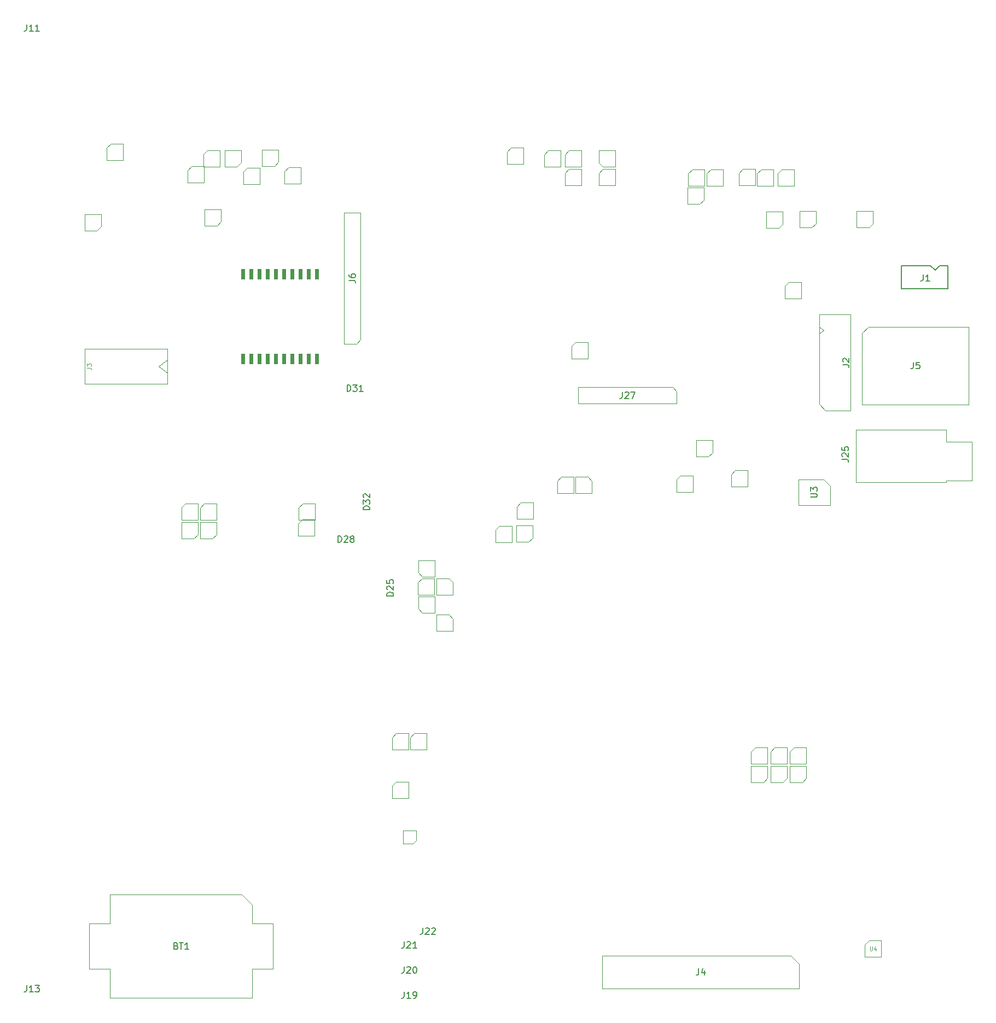
<source format=gbr>
G04 #@! TF.GenerationSoftware,KiCad,Pcbnew,(5.99.0-10559-g8513ca974c)*
G04 #@! TF.CreationDate,2021-11-01T12:15:16+02:00*
G04 #@! TF.ProjectId,hellen64_NA8_96,68656c6c-656e-4363-945f-4e41385f3936,a*
G04 #@! TF.SameCoordinates,PX141ef50PYa2cc1bc*
G04 #@! TF.FileFunction,AssemblyDrawing,Top*
%FSLAX46Y46*%
G04 Gerber Fmt 4.6, Leading zero omitted, Abs format (unit mm)*
G04 Created by KiCad (PCBNEW (5.99.0-10559-g8513ca974c)) date 2021-11-01 12:15:16*
%MOMM*%
%LPD*%
G01*
G04 APERTURE LIST*
%ADD10C,0.150000*%
%ADD11C,0.090000*%
%ADD12C,0.120000*%
%ADD13C,0.100000*%
%ADD14C,0.010000*%
G04 APERTURE END LIST*
D10*
G04 #@! TO.C,J27*
X96692156Y97552960D02*
X96692156Y96838674D01*
X96644537Y96695817D01*
X96549299Y96600579D01*
X96406441Y96552960D01*
X96311203Y96552960D01*
X97120727Y97457721D02*
X97168346Y97505340D01*
X97263584Y97552960D01*
X97501680Y97552960D01*
X97596918Y97505340D01*
X97644537Y97457721D01*
X97692156Y97362483D01*
X97692156Y97267245D01*
X97644537Y97124388D01*
X97073108Y96552960D01*
X97692156Y96552960D01*
X98025489Y97552960D02*
X98692156Y97552960D01*
X98263584Y96552960D01*
G04 #@! TO.C,J19*
X62910135Y4683661D02*
X62910135Y3969375D01*
X62862516Y3826518D01*
X62767278Y3731280D01*
X62624420Y3683661D01*
X62529182Y3683661D01*
X63910135Y3683661D02*
X63338706Y3683661D01*
X63624420Y3683661D02*
X63624420Y4683661D01*
X63529182Y4540803D01*
X63433944Y4445565D01*
X63338706Y4397946D01*
X64386325Y3683661D02*
X64576801Y3683661D01*
X64672039Y3731280D01*
X64719659Y3778899D01*
X64814897Y3921756D01*
X64862516Y4112232D01*
X64862516Y4493184D01*
X64814897Y4588422D01*
X64767278Y4636041D01*
X64672039Y4683661D01*
X64481563Y4683661D01*
X64386325Y4636041D01*
X64338706Y4588422D01*
X64291087Y4493184D01*
X64291087Y4255089D01*
X64338706Y4159851D01*
X64386325Y4112232D01*
X64481563Y4064613D01*
X64672039Y4064613D01*
X64767278Y4112232D01*
X64814897Y4159851D01*
X64862516Y4255089D01*
G04 #@! TO.C,D28*
X52682394Y74252960D02*
X52682394Y75252960D01*
X52920489Y75252960D01*
X53063346Y75205340D01*
X53158584Y75110102D01*
X53206203Y75014864D01*
X53253822Y74824388D01*
X53253822Y74681531D01*
X53206203Y74491055D01*
X53158584Y74395817D01*
X53063346Y74300579D01*
X52920489Y74252960D01*
X52682394Y74252960D01*
X53634775Y75157721D02*
X53682394Y75205340D01*
X53777632Y75252960D01*
X54015727Y75252960D01*
X54110965Y75205340D01*
X54158584Y75157721D01*
X54206203Y75062483D01*
X54206203Y74967245D01*
X54158584Y74824388D01*
X53587156Y74252960D01*
X54206203Y74252960D01*
X54777632Y74824388D02*
X54682394Y74872007D01*
X54634775Y74919626D01*
X54587156Y75014864D01*
X54587156Y75062483D01*
X54634775Y75157721D01*
X54682394Y75205340D01*
X54777632Y75252960D01*
X54968108Y75252960D01*
X55063346Y75205340D01*
X55110965Y75157721D01*
X55158584Y75062483D01*
X55158584Y75014864D01*
X55110965Y74919626D01*
X55063346Y74872007D01*
X54968108Y74824388D01*
X54777632Y74824388D01*
X54682394Y74776769D01*
X54634775Y74729150D01*
X54587156Y74633912D01*
X54587156Y74443436D01*
X54634775Y74348198D01*
X54682394Y74300579D01*
X54777632Y74252960D01*
X54968108Y74252960D01*
X55063346Y74300579D01*
X55110965Y74348198D01*
X55158584Y74443436D01*
X55158584Y74633912D01*
X55110965Y74729150D01*
X55063346Y74776769D01*
X54968108Y74824388D01*
G04 #@! TO.C,J20*
X62910135Y8556463D02*
X62910135Y7842177D01*
X62862516Y7699320D01*
X62767278Y7604082D01*
X62624420Y7556463D01*
X62529182Y7556463D01*
X63338706Y8461224D02*
X63386325Y8508843D01*
X63481563Y8556463D01*
X63719659Y8556463D01*
X63814897Y8508843D01*
X63862516Y8461224D01*
X63910135Y8365986D01*
X63910135Y8270748D01*
X63862516Y8127891D01*
X63291087Y7556463D01*
X63910135Y7556463D01*
X64529182Y8556463D02*
X64624420Y8556463D01*
X64719659Y8508843D01*
X64767278Y8461224D01*
X64814897Y8365986D01*
X64862516Y8175510D01*
X64862516Y7937415D01*
X64814897Y7746939D01*
X64767278Y7651701D01*
X64719659Y7604082D01*
X64624420Y7556463D01*
X64529182Y7556463D01*
X64433944Y7604082D01*
X64386325Y7651701D01*
X64338706Y7746939D01*
X64291087Y7937415D01*
X64291087Y8175510D01*
X64338706Y8365986D01*
X64386325Y8461224D01*
X64433944Y8508843D01*
X64529182Y8556463D01*
G04 #@! TO.C,J1*
X143268346Y115727960D02*
X143268346Y115013674D01*
X143220727Y114870817D01*
X143125489Y114775579D01*
X142982632Y114727960D01*
X142887394Y114727960D01*
X144268346Y114727960D02*
X143696918Y114727960D01*
X143982632Y114727960D02*
X143982632Y115727960D01*
X143887394Y115585102D01*
X143792156Y115489864D01*
X143696918Y115442245D01*
G04 #@! TO.C,J6*
X54354060Y114837007D02*
X55068346Y114837007D01*
X55211203Y114789388D01*
X55306441Y114694150D01*
X55354060Y114551293D01*
X55354060Y114456055D01*
X54354060Y115741769D02*
X54354060Y115551293D01*
X54401680Y115456055D01*
X54449299Y115408436D01*
X54592156Y115313198D01*
X54782632Y115265579D01*
X55163584Y115265579D01*
X55258822Y115313198D01*
X55306441Y115360817D01*
X55354060Y115456055D01*
X55354060Y115646531D01*
X55306441Y115741769D01*
X55258822Y115789388D01*
X55163584Y115837007D01*
X54925489Y115837007D01*
X54830251Y115789388D01*
X54782632Y115741769D01*
X54735013Y115646531D01*
X54735013Y115456055D01*
X54782632Y115360817D01*
X54830251Y115313198D01*
X54925489Y115265579D01*
G04 #@! TO.C,J5*
X141743346Y102152960D02*
X141743346Y101438674D01*
X141695727Y101295817D01*
X141600489Y101200579D01*
X141457632Y101152960D01*
X141362394Y101152960D01*
X142695727Y102152960D02*
X142219537Y102152960D01*
X142171918Y101676769D01*
X142219537Y101724388D01*
X142314775Y101772007D01*
X142552870Y101772007D01*
X142648108Y101724388D01*
X142695727Y101676769D01*
X142743346Y101581531D01*
X142743346Y101343436D01*
X142695727Y101248198D01*
X142648108Y101200579D01*
X142552870Y101152960D01*
X142314775Y101152960D01*
X142219537Y101200579D01*
X142171918Y101248198D01*
G04 #@! TO.C,J13*
X4490476Y5647620D02*
X4490476Y4933334D01*
X4442857Y4790477D01*
X4347619Y4695239D01*
X4204761Y4647620D01*
X4109523Y4647620D01*
X5490476Y4647620D02*
X4919047Y4647620D01*
X5204761Y4647620D02*
X5204761Y5647620D01*
X5109523Y5504762D01*
X5014285Y5409524D01*
X4919047Y5361905D01*
X5823809Y5647620D02*
X6442857Y5647620D01*
X6109523Y5266667D01*
X6252380Y5266667D01*
X6347619Y5219048D01*
X6395238Y5171429D01*
X6442857Y5076191D01*
X6442857Y4838096D01*
X6395238Y4742858D01*
X6347619Y4695239D01*
X6252380Y4647620D01*
X5966666Y4647620D01*
X5871428Y4695239D01*
X5823809Y4742858D01*
G04 #@! TO.C,J22*
X65790476Y14547620D02*
X65790476Y13833334D01*
X65742857Y13690477D01*
X65647619Y13595239D01*
X65504761Y13547620D01*
X65409523Y13547620D01*
X66219047Y14452381D02*
X66266666Y14500000D01*
X66361904Y14547620D01*
X66600000Y14547620D01*
X66695238Y14500000D01*
X66742857Y14452381D01*
X66790476Y14357143D01*
X66790476Y14261905D01*
X66742857Y14119048D01*
X66171428Y13547620D01*
X66790476Y13547620D01*
X67171428Y14452381D02*
X67219047Y14500000D01*
X67314285Y14547620D01*
X67552380Y14547620D01*
X67647619Y14500000D01*
X67695238Y14452381D01*
X67742857Y14357143D01*
X67742857Y14261905D01*
X67695238Y14119048D01*
X67123809Y13547620D01*
X67742857Y13547620D01*
G04 #@! TO.C,BT1*
X27615965Y11776769D02*
X27758822Y11729150D01*
X27806441Y11681531D01*
X27854060Y11586293D01*
X27854060Y11443436D01*
X27806441Y11348198D01*
X27758822Y11300579D01*
X27663584Y11252960D01*
X27282632Y11252960D01*
X27282632Y12252960D01*
X27615965Y12252960D01*
X27711203Y12205340D01*
X27758822Y12157721D01*
X27806441Y12062483D01*
X27806441Y11967245D01*
X27758822Y11872007D01*
X27711203Y11824388D01*
X27615965Y11776769D01*
X27282632Y11776769D01*
X28139775Y12252960D02*
X28711203Y12252960D01*
X28425489Y11252960D02*
X28425489Y12252960D01*
X29568346Y11252960D02*
X28996918Y11252960D01*
X29282632Y11252960D02*
X29282632Y12252960D01*
X29187394Y12110102D01*
X29092156Y12014864D01*
X28996918Y11967245D01*
G04 #@! TO.C,J25*
X130702380Y87115477D02*
X131416666Y87115477D01*
X131559523Y87067858D01*
X131654761Y86972620D01*
X131702380Y86829762D01*
X131702380Y86734524D01*
X130797619Y87544048D02*
X130750000Y87591667D01*
X130702380Y87686905D01*
X130702380Y87925000D01*
X130750000Y88020239D01*
X130797619Y88067858D01*
X130892857Y88115477D01*
X130988095Y88115477D01*
X131130952Y88067858D01*
X131702380Y87496429D01*
X131702380Y88115477D01*
X130702380Y89020239D02*
X130702380Y88544048D01*
X131178571Y88496429D01*
X131130952Y88544048D01*
X131083333Y88639286D01*
X131083333Y88877381D01*
X131130952Y88972620D01*
X131178571Y89020239D01*
X131273809Y89067858D01*
X131511904Y89067858D01*
X131607142Y89020239D01*
X131654761Y88972620D01*
X131702380Y88877381D01*
X131702380Y88639286D01*
X131654761Y88544048D01*
X131607142Y88496429D01*
G04 #@! TO.C,U3*
X125865013Y81258674D02*
X126658346Y81258674D01*
X126751680Y81305340D01*
X126798346Y81352007D01*
X126845013Y81445340D01*
X126845013Y81632007D01*
X126798346Y81725340D01*
X126751680Y81772007D01*
X126658346Y81818674D01*
X125865013Y81818674D01*
X125865013Y82192007D02*
X125865013Y82798674D01*
X126238346Y82472007D01*
X126238346Y82612007D01*
X126285013Y82705340D01*
X126331680Y82752007D01*
X126425013Y82798674D01*
X126658346Y82798674D01*
X126751680Y82752007D01*
X126798346Y82705340D01*
X126845013Y82612007D01*
X126845013Y82332007D01*
X126798346Y82238674D01*
X126751680Y82192007D01*
D11*
G04 #@! TO.C,U4*
X135029299Y11669864D02*
X135029299Y11167960D01*
X135058822Y11108912D01*
X135088346Y11079388D01*
X135147394Y11049864D01*
X135265489Y11049864D01*
X135324537Y11079388D01*
X135354060Y11108912D01*
X135383584Y11167960D01*
X135383584Y11669864D01*
X135944537Y11463198D02*
X135944537Y11049864D01*
X135796918Y11699388D02*
X135649299Y11256531D01*
X136033108Y11256531D01*
D10*
G04 #@! TO.C,D31*
X54087394Y97652960D02*
X54087394Y98652960D01*
X54325489Y98652960D01*
X54468346Y98605340D01*
X54563584Y98510102D01*
X54611203Y98414864D01*
X54658822Y98224388D01*
X54658822Y98081531D01*
X54611203Y97891055D01*
X54563584Y97795817D01*
X54468346Y97700579D01*
X54325489Y97652960D01*
X54087394Y97652960D01*
X54992156Y98652960D02*
X55611203Y98652960D01*
X55277870Y98272007D01*
X55420727Y98272007D01*
X55515965Y98224388D01*
X55563584Y98176769D01*
X55611203Y98081531D01*
X55611203Y97843436D01*
X55563584Y97748198D01*
X55515965Y97700579D01*
X55420727Y97652960D01*
X55135013Y97652960D01*
X55039775Y97700579D01*
X54992156Y97748198D01*
X56563584Y97652960D02*
X55992156Y97652960D01*
X56277870Y97652960D02*
X56277870Y98652960D01*
X56182632Y98510102D01*
X56087394Y98414864D01*
X55992156Y98367245D01*
G04 #@! TO.C,J11*
X4490476Y154447620D02*
X4490476Y153733334D01*
X4442857Y153590477D01*
X4347619Y153495239D01*
X4204761Y153447620D01*
X4109523Y153447620D01*
X5490476Y153447620D02*
X4919047Y153447620D01*
X5204761Y153447620D02*
X5204761Y154447620D01*
X5109523Y154304762D01*
X5014285Y154209524D01*
X4919047Y154161905D01*
X6442857Y153447620D02*
X5871428Y153447620D01*
X6157142Y153447620D02*
X6157142Y154447620D01*
X6061904Y154304762D01*
X5966666Y154209524D01*
X5871428Y154161905D01*
D12*
G04 #@! TO.C,J3*
X13816666Y101266667D02*
X14316666Y101266667D01*
X14416666Y101233334D01*
X14483333Y101166667D01*
X14516666Y101066667D01*
X14516666Y101000000D01*
X13816666Y101533334D02*
X13816666Y101966667D01*
X14083333Y101733334D01*
X14083333Y101833334D01*
X14116666Y101900000D01*
X14150000Y101933334D01*
X14216666Y101966667D01*
X14383333Y101966667D01*
X14450000Y101933334D01*
X14483333Y101900000D01*
X14516666Y101833334D01*
X14516666Y101633334D01*
X14483333Y101566667D01*
X14450000Y101533334D01*
D10*
G04 #@! TO.C,J4*
X108520706Y8266840D02*
X108520706Y7552554D01*
X108473087Y7409697D01*
X108377849Y7314459D01*
X108234992Y7266840D01*
X108139754Y7266840D01*
X109425468Y7933506D02*
X109425468Y7266840D01*
X109187373Y8314459D02*
X108949278Y7600173D01*
X109568325Y7600173D01*
G04 #@! TO.C,J21*
X62917156Y12427960D02*
X62917156Y11713674D01*
X62869537Y11570817D01*
X62774299Y11475579D01*
X62631441Y11427960D01*
X62536203Y11427960D01*
X63345727Y12332721D02*
X63393346Y12380340D01*
X63488584Y12427960D01*
X63726680Y12427960D01*
X63821918Y12380340D01*
X63869537Y12332721D01*
X63917156Y12237483D01*
X63917156Y12142245D01*
X63869537Y11999388D01*
X63298108Y11427960D01*
X63917156Y11427960D01*
X64869537Y11427960D02*
X64298108Y11427960D01*
X64583822Y11427960D02*
X64583822Y12427960D01*
X64488584Y12285102D01*
X64393346Y12189864D01*
X64298108Y12142245D01*
G04 #@! TO.C,D25*
X61254060Y65986055D02*
X60254060Y65986055D01*
X60254060Y66224150D01*
X60301680Y66367007D01*
X60396918Y66462245D01*
X60492156Y66509864D01*
X60682632Y66557483D01*
X60825489Y66557483D01*
X61015965Y66509864D01*
X61111203Y66462245D01*
X61206441Y66367007D01*
X61254060Y66224150D01*
X61254060Y65986055D01*
X60349299Y66938436D02*
X60301680Y66986055D01*
X60254060Y67081293D01*
X60254060Y67319388D01*
X60301680Y67414626D01*
X60349299Y67462245D01*
X60444537Y67509864D01*
X60539775Y67509864D01*
X60682632Y67462245D01*
X61254060Y66890817D01*
X61254060Y67509864D01*
X60254060Y68414626D02*
X60254060Y67938436D01*
X60730251Y67890817D01*
X60682632Y67938436D01*
X60635013Y68033674D01*
X60635013Y68271769D01*
X60682632Y68367007D01*
X60730251Y68414626D01*
X60825489Y68462245D01*
X61063584Y68462245D01*
X61158822Y68414626D01*
X61206441Y68367007D01*
X61254060Y68271769D01*
X61254060Y68033674D01*
X61206441Y67938436D01*
X61158822Y67890817D01*
G04 #@! TO.C,D32*
X57604060Y79321055D02*
X56604060Y79321055D01*
X56604060Y79559150D01*
X56651680Y79702007D01*
X56746918Y79797245D01*
X56842156Y79844864D01*
X57032632Y79892483D01*
X57175489Y79892483D01*
X57365965Y79844864D01*
X57461203Y79797245D01*
X57556441Y79702007D01*
X57604060Y79559150D01*
X57604060Y79321055D01*
X56604060Y80225817D02*
X56604060Y80844864D01*
X56985013Y80511531D01*
X56985013Y80654388D01*
X57032632Y80749626D01*
X57080251Y80797245D01*
X57175489Y80844864D01*
X57413584Y80844864D01*
X57508822Y80797245D01*
X57556441Y80749626D01*
X57604060Y80654388D01*
X57604060Y80368674D01*
X57556441Y80273436D01*
X57508822Y80225817D01*
X56699299Y81225817D02*
X56651680Y81273436D01*
X56604060Y81368674D01*
X56604060Y81606769D01*
X56651680Y81702007D01*
X56699299Y81749626D01*
X56794537Y81797245D01*
X56889775Y81797245D01*
X57032632Y81749626D01*
X57604060Y81178198D01*
X57604060Y81797245D01*
G04 #@! TO.C,J2*
X130804060Y101772007D02*
X131518346Y101772007D01*
X131661203Y101724388D01*
X131756441Y101629150D01*
X131804060Y101486293D01*
X131804060Y101391055D01*
X130899299Y102200579D02*
X130851680Y102248198D01*
X130804060Y102343436D01*
X130804060Y102581531D01*
X130851680Y102676769D01*
X130899299Y102724388D01*
X130994537Y102772007D01*
X131089775Y102772007D01*
X131232632Y102724388D01*
X131804060Y102152960D01*
X131804060Y102772007D01*
D13*
G04 #@! TO.C,P5*
X61032380Y34640220D02*
X61032380Y36545220D01*
X61032380Y36545220D02*
X61667380Y37180220D01*
X63572380Y37180220D02*
X63572380Y34640220D01*
X61667380Y37180220D02*
X63572380Y37180220D01*
X63572380Y34640220D02*
X61032380Y34640220D01*
G04 #@! TO.C,P6*
X61667380Y44682400D02*
X63572380Y44682400D01*
X61032380Y42142400D02*
X61032380Y44047400D01*
X63572380Y44682400D02*
X63572380Y42142400D01*
X63572380Y42142400D02*
X61032380Y42142400D01*
X61032380Y44047400D02*
X61667380Y44682400D01*
G04 #@! TO.C,P47*
X34396680Y132460340D02*
X31856680Y132460340D01*
X34396680Y135000340D02*
X34396680Y132460340D01*
X31856680Y132460340D02*
X31856680Y134365340D01*
X31856680Y134365340D02*
X32491680Y135000340D01*
X32491680Y135000340D02*
X34396680Y135000340D01*
G04 #@! TO.C,J27*
X105121680Y95735340D02*
X89881680Y95735340D01*
X89881680Y95735340D02*
X89881680Y98275340D01*
X105121680Y97640340D02*
X105121680Y95735340D01*
X104486680Y98275340D02*
X105121680Y97640340D01*
X89881680Y98275340D02*
X104486680Y98275340D01*
G04 #@! TO.C,P19*
X114731680Y129510340D02*
X114731680Y131415340D01*
X117271680Y132050340D02*
X117271680Y129510340D01*
X117271680Y129510340D02*
X114731680Y129510340D01*
X114731680Y131415340D02*
X115366680Y132050340D01*
X115366680Y132050340D02*
X117271680Y132050340D01*
G04 #@! TO.C,P26*
X89441680Y105275340D02*
X91346680Y105275340D01*
X88806680Y102735340D02*
X88806680Y104640340D01*
X88806680Y104640340D02*
X89441680Y105275340D01*
X91346680Y102735340D02*
X88806680Y102735340D01*
X91346680Y105275340D02*
X91346680Y102735340D01*
G04 #@! TO.C,P10*
X87781680Y132410340D02*
X87781680Y134315340D01*
X90321680Y132410340D02*
X87781680Y132410340D01*
X90321680Y134950340D02*
X90321680Y132410340D01*
X87781680Y134315340D02*
X88416680Y134950340D01*
X88416680Y134950340D02*
X90321680Y134950340D01*
G04 #@! TO.C,P12*
X30971680Y80275340D02*
X30971680Y77735340D01*
X30971680Y77735340D02*
X28431680Y77735340D01*
X29066680Y80275340D02*
X30971680Y80275340D01*
X28431680Y79640340D02*
X29066680Y80275340D01*
X28431680Y77735340D02*
X28431680Y79640340D01*
G04 #@! TO.C,P39*
X117581680Y129485340D02*
X117581680Y131390340D01*
X118216680Y132025340D02*
X120121680Y132025340D01*
X120121680Y129485340D02*
X117581680Y129485340D01*
X117581680Y131390340D02*
X118216680Y132025340D01*
X120121680Y132025340D02*
X120121680Y129485340D01*
G04 #@! TO.C,P40*
X109446680Y129485340D02*
X106906680Y129485340D01*
X107541680Y132025340D02*
X109446680Y132025340D01*
X109446680Y132025340D02*
X109446680Y129485340D01*
X106906680Y129485340D02*
X106906680Y131390340D01*
X106906680Y131390340D02*
X107541680Y132025340D01*
G04 #@! TO.C,P15*
X134886680Y122985340D02*
X132981680Y122985340D01*
X132981680Y125525340D02*
X135521680Y125525340D01*
X135521680Y125525340D02*
X135521680Y123620340D01*
X132981680Y122985340D02*
X132981680Y125525340D01*
X135521680Y123620340D02*
X134886680Y122985340D01*
G04 #@! TO.C,P21*
X38006680Y129735340D02*
X38006680Y131640340D01*
X40546680Y129735340D02*
X38006680Y129735340D01*
X40546680Y132275340D02*
X40546680Y129735340D01*
X38006680Y131640340D02*
X38641680Y132275340D01*
X38641680Y132275340D02*
X40546680Y132275340D01*
G04 #@! TO.C,P56*
X43470000Y135050340D02*
X43470000Y133145340D01*
X40930000Y132510340D02*
X40930000Y135050340D01*
X42835000Y132510340D02*
X40930000Y132510340D01*
X43470000Y133145340D02*
X42835000Y132510340D01*
X40930000Y135050340D02*
X43470000Y135050340D01*
G04 #@! TO.C,P52*
X126036680Y122985340D02*
X124131680Y122985340D01*
X126671680Y123620340D02*
X126036680Y122985340D01*
X124131680Y122985340D02*
X124131680Y125525340D01*
X126671680Y125525340D02*
X126671680Y123620340D01*
X124131680Y125525340D02*
X126671680Y125525340D01*
G04 #@! TO.C,P46*
X124371680Y114600340D02*
X124371680Y112060340D01*
X122466680Y114600340D02*
X124371680Y114600340D01*
X121831680Y112060340D02*
X121831680Y113965340D01*
X121831680Y113965340D02*
X122466680Y114600340D01*
X124371680Y112060340D02*
X121831680Y112060340D01*
G04 #@! TO.C,P44*
X89456680Y81860340D02*
X89456680Y84400340D01*
X91996680Y83765340D02*
X91996680Y81860340D01*
X91996680Y81860340D02*
X89456680Y81860340D01*
X89456680Y84400340D02*
X91361680Y84400340D01*
X91361680Y84400340D02*
X91996680Y83765340D01*
G04 #@! TO.C,P13*
X31331680Y77375340D02*
X33871680Y77375340D01*
X33871680Y75470340D02*
X33236680Y74835340D01*
X31331680Y74835340D02*
X31331680Y77375340D01*
X33871680Y77375340D02*
X33871680Y75470340D01*
X33236680Y74835340D02*
X31331680Y74835340D01*
G04 #@! TO.C,P29*
X119631680Y41840340D02*
X120266680Y42475340D01*
X122171680Y39935340D02*
X119631680Y39935340D01*
X120266680Y42475340D02*
X122171680Y42475340D01*
X119631680Y39935340D02*
X119631680Y41840340D01*
X122171680Y42475340D02*
X122171680Y39935340D01*
G04 #@! TO.C,P37*
X121391680Y132000340D02*
X123296680Y132000340D01*
X123296680Y129460340D02*
X120756680Y129460340D01*
X123296680Y132000340D02*
X123296680Y129460340D01*
X120756680Y131365340D02*
X121391680Y132000340D01*
X120756680Y129460340D02*
X120756680Y131365340D01*
D10*
G04 #@! TO.C,J1*
X139901680Y113580340D02*
X139901680Y117080340D01*
X144401680Y117080340D02*
X139901680Y117080340D01*
X139901680Y113580340D02*
X147101680Y113580340D01*
X147101680Y117080340D02*
X147101680Y113580340D01*
X145801680Y117080340D02*
X145101680Y116380340D01*
X145101680Y116380340D02*
X144401680Y117080340D01*
X147101680Y117080340D02*
X145801680Y117080340D01*
D13*
G04 #@! TO.C,P35*
X65691680Y68675340D02*
X67596680Y68675340D01*
X65056680Y66135340D02*
X65056680Y68040340D01*
X67596680Y66135340D02*
X65056680Y66135340D01*
X65056680Y68040340D02*
X65691680Y68675340D01*
X67596680Y68675340D02*
X67596680Y66135340D01*
G04 #@! TO.C,J6*
X56171680Y105645340D02*
X55536680Y105010340D01*
X53631680Y125330340D02*
X56171680Y125330340D01*
X53631680Y105010340D02*
X53631680Y125330340D01*
X55536680Y105010340D02*
X53631680Y105010340D01*
X56171680Y125330340D02*
X56171680Y105645340D01*
G04 #@! TO.C,P30*
X121536680Y37100220D02*
X119631680Y37100220D01*
X119631680Y39640220D02*
X122171680Y39640220D01*
X122171680Y37735220D02*
X121536680Y37100220D01*
X122171680Y39640220D02*
X122171680Y37735220D01*
X119631680Y37100220D02*
X119631680Y39640220D01*
G04 #@! TO.C,J5*
X134826680Y107655340D02*
X150326680Y107655340D01*
X150326680Y95555340D02*
X133826680Y95555340D01*
X150326680Y107655340D02*
X150326680Y95555340D01*
X133826680Y95555340D02*
X133826680Y106655340D01*
X133826680Y106655340D02*
X134826680Y107655340D01*
G04 #@! TO.C,P4*
X66382640Y44680220D02*
X66382640Y42140220D01*
X64477640Y44680220D02*
X66382640Y44680220D01*
X66382640Y42140220D02*
X63842640Y42140220D01*
X63842640Y44045220D02*
X64477640Y44680220D01*
X63842640Y42140220D02*
X63842640Y44045220D01*
G04 #@! TO.C,P25*
X122631680Y39640220D02*
X125171680Y39640220D01*
X122631680Y37100220D02*
X122631680Y39640220D01*
X124536680Y37100220D02*
X122631680Y37100220D01*
X125171680Y37735220D02*
X124536680Y37100220D01*
X125171680Y39640220D02*
X125171680Y37735220D01*
G04 #@! TO.C,P27*
X114191680Y85400340D02*
X116096680Y85400340D01*
X113556680Y84765340D02*
X114191680Y85400340D01*
X116096680Y85400340D02*
X116096680Y82860340D01*
X116096680Y82860340D02*
X113556680Y82860340D01*
X113556680Y82860340D02*
X113556680Y84765340D01*
G04 #@! TO.C,P55*
X108661680Y126635340D02*
X106756680Y126635340D01*
X106756680Y129175340D02*
X109296680Y129175340D01*
X109296680Y129175340D02*
X109296680Y127270340D01*
X106756680Y126635340D02*
X106756680Y129175340D01*
X109296680Y127270340D02*
X108661680Y126635340D01*
G04 #@! TO.C,P34*
X46531680Y77140340D02*
X47166680Y77775340D01*
X49071680Y75235340D02*
X46531680Y75235340D01*
X46531680Y75235340D02*
X46531680Y77140340D01*
X47166680Y77775340D02*
X49071680Y77775340D01*
X49071680Y77775340D02*
X49071680Y75235340D01*
G04 #@! TO.C,P17*
X70471680Y62440340D02*
X70471680Y60535340D01*
X67931680Y60535340D02*
X67931680Y63075340D01*
X67931680Y63075340D02*
X69836680Y63075340D01*
X69836680Y63075340D02*
X70471680Y62440340D01*
X70471680Y60535340D02*
X67931680Y60535340D01*
G04 #@! TO.C,P11*
X30971680Y77375340D02*
X30971680Y75470340D01*
X28431680Y74835340D02*
X28431680Y77375340D01*
X30336680Y74835340D02*
X28431680Y74835340D01*
X28431680Y77375340D02*
X30971680Y77375340D01*
X30971680Y75470340D02*
X30336680Y74835340D01*
G04 #@! TO.C,P50*
X19421680Y136000340D02*
X19421680Y133460340D01*
X17516680Y136000340D02*
X19421680Y136000340D01*
X19421680Y133460340D02*
X16881680Y133460340D01*
X16881680Y133460340D02*
X16881680Y135365340D01*
X16881680Y135365340D02*
X17516680Y136000340D01*
G04 #@! TO.C,P3*
X110416680Y132025340D02*
X112321680Y132025340D01*
X109781680Y131390340D02*
X110416680Y132025340D01*
X112321680Y132025340D02*
X112321680Y129485340D01*
X112321680Y129485340D02*
X109781680Y129485340D01*
X109781680Y129485340D02*
X109781680Y131390340D01*
G04 #@! TO.C,P28*
X82796680Y74945340D02*
X82161680Y74310340D01*
X82161680Y74310340D02*
X80256680Y74310340D01*
X80256680Y74310340D02*
X80256680Y76850340D01*
X82796680Y76850340D02*
X82796680Y74945340D01*
X80256680Y76850340D02*
X82796680Y76850340D01*
G04 #@! TO.C,P24*
X125171680Y39935340D02*
X122631680Y39935340D01*
X122631680Y39935340D02*
X122631680Y41840340D01*
X125171680Y42475340D02*
X125171680Y39935340D01*
X122631680Y41840340D02*
X123266680Y42475340D01*
X123266680Y42475340D02*
X125171680Y42475340D01*
G04 #@! TO.C,P8*
X93666680Y132075340D02*
X95571680Y132075340D01*
X93031680Y131440340D02*
X93666680Y132075340D01*
X93031680Y129535340D02*
X93031680Y131440340D01*
X95571680Y132075340D02*
X95571680Y129535340D01*
X95571680Y129535340D02*
X93031680Y129535340D01*
G04 #@! TO.C,P48*
X35156680Y135000340D02*
X37696680Y135000340D01*
X37061680Y132460340D02*
X35156680Y132460340D01*
X35156680Y132460340D02*
X35156680Y135000340D01*
X37696680Y135000340D02*
X37696680Y133095340D01*
X37696680Y133095340D02*
X37061680Y132460340D01*
G04 #@! TO.C,P32*
X119171680Y39640220D02*
X119171680Y37735220D01*
X118536680Y37100220D02*
X116631680Y37100220D01*
X119171680Y37735220D02*
X118536680Y37100220D01*
X116631680Y39640220D02*
X119171680Y39640220D01*
X116631680Y37100220D02*
X116631680Y39640220D01*
G04 #@! TO.C,U1*
X62801680Y29605340D02*
X64801680Y29605340D01*
X64801680Y28105340D02*
X64301680Y27605340D01*
X64301680Y27605340D02*
X62801680Y27605340D01*
X62801680Y27605340D02*
X62801680Y29605340D01*
X64801680Y29605340D02*
X64801680Y28105340D01*
G04 #@! TO.C,BT1*
X42601680Y8205340D02*
X39401680Y8205340D01*
X17401680Y19705340D02*
X37801680Y19705340D01*
X17401680Y15205340D02*
X14201680Y15205340D01*
X17401680Y3705340D02*
X17401680Y8205340D01*
X17401680Y19705340D02*
X17401680Y15205340D01*
X39401680Y3705340D02*
X39401680Y8205340D01*
X39401680Y18105340D02*
X39401680Y15205340D01*
X14201680Y15205340D02*
X14201680Y8205340D01*
X39401680Y15205340D02*
X42601680Y15205340D01*
X42601680Y15205340D02*
X42601680Y8205340D01*
X17401680Y3705340D02*
X39401680Y3705340D01*
X14201680Y8205340D02*
X17401680Y8205340D01*
X37801680Y19705340D02*
X39401680Y18105340D01*
G04 #@! TO.C,P9*
X95571680Y132410340D02*
X93666680Y132410340D01*
X93666680Y132410340D02*
X93031680Y133045340D01*
X93031680Y133045340D02*
X93031680Y134950340D01*
X93031680Y134950340D02*
X95571680Y134950340D01*
X95571680Y134950340D02*
X95571680Y132410340D01*
G04 #@! TO.C,J25*
X146826680Y91731997D02*
X146826680Y89831997D01*
X132826680Y83531997D02*
X132826680Y91731997D01*
X146826680Y83831997D02*
X146826680Y83531997D01*
X150826680Y89831997D02*
X150826680Y83831997D01*
X150826680Y83831997D02*
X146826680Y83831997D01*
X146826680Y83531997D02*
X132826680Y83531997D01*
X132826680Y91731997D02*
X146826680Y91731997D01*
X146826680Y89831997D02*
X150826680Y89831997D01*
G04 #@! TO.C,P23*
X46631680Y79640340D02*
X47266680Y80275340D01*
X47266680Y80275340D02*
X49171680Y80275340D01*
X46631680Y77735340D02*
X46631680Y79640340D01*
X49171680Y77735340D02*
X46631680Y77735340D01*
X49171680Y80275340D02*
X49171680Y77735340D01*
G04 #@! TO.C,U3*
X127876680Y83955340D02*
X128851680Y82980340D01*
X128851680Y82980340D02*
X128851680Y80055340D01*
X123951680Y83955340D02*
X127876680Y83955340D01*
X128851680Y80055340D02*
X123951680Y80055340D01*
X123951680Y80055340D02*
X123951680Y83955340D01*
G04 #@! TO.C,P16*
X45041680Y132350340D02*
X46946680Y132350340D01*
X44406680Y129810340D02*
X44406680Y131715340D01*
X46946680Y129810340D02*
X44406680Y129810340D01*
X44406680Y131715340D02*
X45041680Y132350340D01*
X46946680Y132350340D02*
X46946680Y129810340D01*
G04 #@! TO.C,U4*
X134251680Y10080340D02*
X134251680Y11955340D01*
X136751680Y10080340D02*
X134251680Y10080340D01*
X136751680Y12580340D02*
X136751680Y10080340D01*
X134876680Y12580340D02*
X136751680Y12580340D01*
X134251680Y11955340D02*
X134876680Y12580340D01*
G04 #@! TO.C,P14*
X31331680Y79619220D02*
X31966680Y80254220D01*
X33871680Y80254220D02*
X33871680Y77714220D01*
X33871680Y77714220D02*
X31331680Y77714220D01*
X31331680Y77714220D02*
X31331680Y79619220D01*
X31966680Y80254220D02*
X33871680Y80254220D01*
G04 #@! TO.C,P22*
X69836680Y68675340D02*
X70471680Y68040340D01*
X70471680Y68040340D02*
X70471680Y66135340D01*
X67931680Y68675340D02*
X69836680Y68675340D01*
X70471680Y66135340D02*
X67931680Y66135340D01*
X67931680Y66135340D02*
X67931680Y68675340D01*
G04 #@! TO.C,P20*
X65131680Y69570340D02*
X65131680Y71475340D01*
X65766680Y68935340D02*
X65131680Y69570340D01*
X65131680Y71475340D02*
X67671680Y71475340D01*
X67671680Y68935340D02*
X65766680Y68935340D01*
X67671680Y71475340D02*
X67671680Y68935340D01*
G04 #@! TO.C,P18*
X65766680Y63335340D02*
X65131680Y63970340D01*
X67671680Y65875340D02*
X67671680Y63335340D01*
X65131680Y65875340D02*
X67671680Y65875340D01*
X67671680Y63335340D02*
X65766680Y63335340D01*
X65131680Y63970340D02*
X65131680Y65875340D01*
G04 #@! TO.C,P36*
X79596680Y74260340D02*
X77056680Y74260340D01*
X79596680Y76800340D02*
X79596680Y74260340D01*
X77691680Y76800340D02*
X79596680Y76800340D01*
X77056680Y74260340D02*
X77056680Y76165340D01*
X77056680Y76165340D02*
X77691680Y76800340D01*
G04 #@! TO.C,J3*
X26300000Y98800000D02*
X26300000Y104200000D01*
X13500000Y98800000D02*
X26300000Y98800000D01*
X24885786Y101500000D02*
X26300000Y102500000D01*
X26300000Y100500000D02*
X24885786Y101500000D01*
X26300000Y104200000D02*
X13500000Y104200000D01*
X13500000Y104200000D02*
X13500000Y98800000D01*
G04 #@! TO.C,P41*
X88416680Y132075340D02*
X90321680Y132075340D01*
X87781680Y129535340D02*
X87781680Y131440340D01*
X87781680Y131440340D02*
X88416680Y132075340D01*
X90321680Y132075340D02*
X90321680Y129535340D01*
X90321680Y129535340D02*
X87781680Y129535340D01*
G04 #@! TO.C,P53*
X118981680Y122935340D02*
X118981680Y125475340D01*
X120886680Y122935340D02*
X118981680Y122935340D01*
X121521680Y125475340D02*
X121521680Y123570340D01*
X121521680Y123570340D02*
X120886680Y122935340D01*
X118981680Y125475340D02*
X121521680Y125475340D01*
G04 #@! TO.C,J4*
X93614040Y5179220D02*
X93614040Y10259220D01*
X122824040Y10259220D02*
X124094040Y8989220D01*
X124094040Y8989220D02*
X124094040Y5179220D01*
X93614040Y10259220D02*
X122824040Y10259220D01*
X124094040Y5179220D02*
X93614040Y5179220D01*
G04 #@! TO.C,P42*
X84581680Y134315340D02*
X85216680Y134950340D01*
X87121680Y132410340D02*
X84581680Y132410340D01*
X85216680Y134950340D02*
X87121680Y134950340D01*
X87121680Y134950340D02*
X87121680Y132410340D01*
X84581680Y132410340D02*
X84581680Y134315340D01*
G04 #@! TO.C,P33*
X80331680Y79765340D02*
X80966680Y80400340D01*
X80331680Y77860340D02*
X80331680Y79765340D01*
X82871680Y80400340D02*
X82871680Y77860340D01*
X80966680Y80400340D02*
X82871680Y80400340D01*
X82871680Y77860340D02*
X80331680Y77860340D01*
G04 #@! TO.C,P7*
X16021680Y125075340D02*
X16021680Y123170340D01*
X13481680Y125075340D02*
X16021680Y125075340D01*
X15386680Y122535340D02*
X13481680Y122535340D01*
X13481680Y122535340D02*
X13481680Y125075340D01*
X16021680Y123170340D02*
X15386680Y122535340D01*
G04 #@! TO.C,P38*
X105081680Y82060340D02*
X105081680Y83965340D01*
X107621680Y82060340D02*
X105081680Y82060340D01*
X107621680Y84600340D02*
X107621680Y82060340D01*
X105081680Y83965340D02*
X105716680Y84600340D01*
X105716680Y84600340D02*
X107621680Y84600340D01*
G04 #@! TO.C,P1*
X108131044Y90075340D02*
X110671044Y90075340D01*
X108131044Y87535340D02*
X108131044Y90075340D01*
X110671044Y88170340D02*
X110036044Y87535340D01*
X110671044Y90075340D02*
X110671044Y88170340D01*
X110036044Y87535340D02*
X108131044Y87535340D01*
G04 #@! TO.C,P49*
X31921680Y132475340D02*
X31921680Y129935340D01*
X29381680Y129935340D02*
X29381680Y131840340D01*
X29381680Y131840340D02*
X30016680Y132475340D01*
X31921680Y129935340D02*
X29381680Y129935340D01*
X30016680Y132475340D02*
X31921680Y132475340D01*
G04 #@! TO.C,P31*
X116631680Y41840340D02*
X117266680Y42475340D01*
X116631680Y39935340D02*
X116631680Y41840340D01*
X119171680Y42475340D02*
X119171680Y39935340D01*
X119171680Y39935340D02*
X116631680Y39935340D01*
X117266680Y42475340D02*
X119171680Y42475340D01*
G04 #@! TO.C,P43*
X87241680Y84400340D02*
X89146680Y84400340D01*
X86606680Y81860340D02*
X86606680Y83765340D01*
X86606680Y83765340D02*
X87241680Y84400340D01*
X89146680Y84400340D02*
X89146680Y81860340D01*
X89146680Y81860340D02*
X86606680Y81860340D01*
G04 #@! TO.C,P45*
X81346680Y135350340D02*
X81346680Y132810340D01*
X79441680Y135350340D02*
X81346680Y135350340D01*
X81346680Y132810340D02*
X78806680Y132810340D01*
X78806680Y134715340D02*
X79441680Y135350340D01*
X78806680Y132810340D02*
X78806680Y134715340D01*
G04 #@! TO.C,P51*
X32056680Y125850340D02*
X34596680Y125850340D01*
X33961680Y123310340D02*
X32056680Y123310340D01*
X34596680Y123945340D02*
X33961680Y123310340D01*
X32056680Y123310340D02*
X32056680Y125850340D01*
X34596680Y125850340D02*
X34596680Y123945340D01*
D14*
G04 #@! TO.C,U5*
X46607590Y116575340D02*
X47096780Y116575340D01*
X47096780Y116575340D02*
X47096780Y115057430D01*
X47096780Y115057430D02*
X46607590Y115057430D01*
X46607590Y115057430D02*
X46607590Y116575340D01*
G36*
X47096780Y115057430D02*
G01*
X46607590Y115057430D01*
X46607590Y116575340D01*
X47096780Y116575340D01*
X47096780Y115057430D01*
G37*
X47096780Y115057430D02*
X46607590Y115057430D01*
X46607590Y116575340D01*
X47096780Y116575340D01*
X47096780Y115057430D01*
X38981350Y103455240D02*
X39476780Y103455240D01*
X39476780Y103455240D02*
X39476780Y101927170D01*
X39476780Y101927170D02*
X38981350Y101927170D01*
X38981350Y101927170D02*
X38981350Y103455240D01*
G36*
X39476780Y101927170D02*
G01*
X38981350Y101927170D01*
X38981350Y103455240D01*
X39476780Y103455240D01*
X39476780Y101927170D01*
G37*
X39476780Y101927170D02*
X38981350Y101927170D01*
X38981350Y103455240D01*
X39476780Y103455240D01*
X39476780Y101927170D01*
X45338350Y103455240D02*
X45826780Y103455240D01*
X45826780Y103455240D02*
X45826780Y101927540D01*
X45826780Y101927540D02*
X45338350Y101927540D01*
X45338350Y101927540D02*
X45338350Y103455240D01*
G36*
X45826780Y101927540D02*
G01*
X45338350Y101927540D01*
X45338350Y103455240D01*
X45826780Y103455240D01*
X45826780Y101927540D01*
G37*
X45826780Y101927540D02*
X45338350Y101927540D01*
X45338350Y103455240D01*
X45826780Y103455240D01*
X45826780Y101927540D01*
X37715060Y103455240D02*
X38206780Y103455240D01*
X38206780Y103455240D02*
X38206780Y101933470D01*
X38206780Y101933470D02*
X37715060Y101933470D01*
X37715060Y101933470D02*
X37715060Y103455240D01*
G36*
X38206780Y101933470D02*
G01*
X37715060Y101933470D01*
X37715060Y103455240D01*
X38206780Y103455240D01*
X38206780Y101933470D01*
G37*
X38206780Y101933470D02*
X37715060Y101933470D01*
X37715060Y103455240D01*
X38206780Y103455240D01*
X38206780Y101933470D01*
X47882400Y103455240D02*
X48366780Y103455240D01*
X48366780Y103455240D02*
X48366780Y101925190D01*
X48366780Y101925190D02*
X47882400Y101925190D01*
X47882400Y101925190D02*
X47882400Y103455240D01*
G36*
X48366780Y101925190D02*
G01*
X47882400Y101925190D01*
X47882400Y103455240D01*
X48366780Y103455240D01*
X48366780Y101925190D01*
G37*
X48366780Y101925190D02*
X47882400Y101925190D01*
X47882400Y103455240D01*
X48366780Y103455240D01*
X48366780Y101925190D01*
X46607680Y103455240D02*
X47096780Y103455240D01*
X47096780Y103455240D02*
X47096780Y101932600D01*
X47096780Y101932600D02*
X46607680Y101932600D01*
X46607680Y101932600D02*
X46607680Y103455240D01*
G36*
X47096780Y101932600D02*
G01*
X46607680Y101932600D01*
X46607680Y103455240D01*
X47096780Y103455240D01*
X47096780Y101932600D01*
G37*
X47096780Y101932600D02*
X46607680Y101932600D01*
X46607680Y103455240D01*
X47096780Y103455240D01*
X47096780Y101932600D01*
X37708020Y116575340D02*
X38206780Y116575340D01*
X38206780Y116575340D02*
X38206780Y115063770D01*
X38206780Y115063770D02*
X37708020Y115063770D01*
X37708020Y115063770D02*
X37708020Y116575340D01*
G36*
X38206780Y115063770D02*
G01*
X37708020Y115063770D01*
X37708020Y116575340D01*
X38206780Y116575340D01*
X38206780Y115063770D01*
G37*
X38206780Y115063770D02*
X37708020Y115063770D01*
X37708020Y116575340D01*
X38206780Y116575340D01*
X38206780Y115063770D01*
X42795093Y103455240D02*
X43286780Y103455240D01*
X43286780Y103455240D02*
X43286780Y101922970D01*
X43286780Y101922970D02*
X42795093Y101922970D01*
X42795093Y101922970D02*
X42795093Y103455240D01*
G36*
X43286780Y101922970D02*
G01*
X42795093Y101922970D01*
X42795093Y103455240D01*
X43286780Y103455240D01*
X43286780Y101922970D01*
G37*
X43286780Y101922970D02*
X42795093Y101922970D01*
X42795093Y103455240D01*
X43286780Y103455240D01*
X43286780Y101922970D01*
X45339530Y116575340D02*
X45826780Y116575340D01*
X45826780Y116575340D02*
X45826780Y115065730D01*
X45826780Y115065730D02*
X45339530Y115065730D01*
X45339530Y115065730D02*
X45339530Y116575340D01*
G36*
X45826780Y115065730D02*
G01*
X45339530Y115065730D01*
X45339530Y116575340D01*
X45826780Y116575340D01*
X45826780Y115065730D01*
G37*
X45826780Y115065730D02*
X45339530Y115065730D01*
X45339530Y116575340D01*
X45826780Y116575340D01*
X45826780Y115065730D01*
X41523230Y116575340D02*
X42016780Y116575340D01*
X42016780Y116575340D02*
X42016780Y115064480D01*
X42016780Y115064480D02*
X41523230Y115064480D01*
X41523230Y115064480D02*
X41523230Y116575340D01*
G36*
X42016780Y115064480D02*
G01*
X41523230Y115064480D01*
X41523230Y116575340D01*
X42016780Y116575340D01*
X42016780Y115064480D01*
G37*
X42016780Y115064480D02*
X41523230Y115064480D01*
X41523230Y116575340D01*
X42016780Y116575340D01*
X42016780Y115064480D01*
X38985810Y116575340D02*
X39476780Y116575340D01*
X39476780Y116575340D02*
X39476780Y115056390D01*
X39476780Y115056390D02*
X38985810Y115056390D01*
X38985810Y115056390D02*
X38985810Y116575340D01*
G36*
X39476780Y115056390D02*
G01*
X38985810Y115056390D01*
X38985810Y116575340D01*
X39476780Y116575340D01*
X39476780Y115056390D01*
G37*
X39476780Y115056390D02*
X38985810Y115056390D01*
X38985810Y116575340D01*
X39476780Y116575340D01*
X39476780Y115056390D01*
X44067221Y116575340D02*
X44556780Y116575340D01*
X44556780Y116575340D02*
X44556780Y115064980D01*
X44556780Y115064980D02*
X44067221Y115064980D01*
X44067221Y115064980D02*
X44067221Y116575340D01*
G36*
X44556780Y115064980D02*
G01*
X44067221Y115064980D01*
X44067221Y116575340D01*
X44556780Y116575340D01*
X44556780Y115064980D01*
G37*
X44556780Y115064980D02*
X44067221Y115064980D01*
X44067221Y116575340D01*
X44556780Y116575340D01*
X44556780Y115064980D01*
X41526110Y103455240D02*
X42016780Y103455240D01*
X42016780Y103455240D02*
X42016780Y101933740D01*
X42016780Y101933740D02*
X41526110Y101933740D01*
X41526110Y101933740D02*
X41526110Y103455240D01*
G36*
X42016780Y101933740D02*
G01*
X41526110Y101933740D01*
X41526110Y103455240D01*
X42016780Y103455240D01*
X42016780Y101933740D01*
G37*
X42016780Y101933740D02*
X41526110Y101933740D01*
X41526110Y103455240D01*
X42016780Y103455240D01*
X42016780Y101933740D01*
X49154560Y103455240D02*
X49636780Y103455240D01*
X49636780Y103455240D02*
X49636780Y101924670D01*
X49636780Y101924670D02*
X49154560Y101924670D01*
X49154560Y101924670D02*
X49154560Y103455240D01*
G36*
X49636780Y101924670D02*
G01*
X49154560Y101924670D01*
X49154560Y103455240D01*
X49636780Y103455240D01*
X49636780Y101924670D01*
G37*
X49636780Y101924670D02*
X49154560Y101924670D01*
X49154560Y103455240D01*
X49636780Y103455240D01*
X49636780Y101924670D01*
X42795990Y116575340D02*
X43286780Y116575340D01*
X43286780Y116575340D02*
X43286780Y115059330D01*
X43286780Y115059330D02*
X42795990Y115059330D01*
X42795990Y115059330D02*
X42795990Y116575340D01*
G36*
X43286780Y115059330D02*
G01*
X42795990Y115059330D01*
X42795990Y116575340D01*
X43286780Y116575340D01*
X43286780Y115059330D01*
G37*
X43286780Y115059330D02*
X42795990Y115059330D01*
X42795990Y116575340D01*
X43286780Y116575340D01*
X43286780Y115059330D01*
X49149860Y116575340D02*
X49636780Y116575340D01*
X49636780Y116575340D02*
X49636780Y115058920D01*
X49636780Y115058920D02*
X49149860Y115058920D01*
X49149860Y115058920D02*
X49149860Y116575340D01*
G36*
X49636780Y115058920D02*
G01*
X49149860Y115058920D01*
X49149860Y116575340D01*
X49636780Y116575340D01*
X49636780Y115058920D01*
G37*
X49636780Y115058920D02*
X49149860Y115058920D01*
X49149860Y116575340D01*
X49636780Y116575340D01*
X49636780Y115058920D01*
X44066634Y103455240D02*
X44556780Y103455240D01*
X44556780Y103455240D02*
X44556780Y101934330D01*
X44556780Y101934330D02*
X44066634Y101934330D01*
X44066634Y101934330D02*
X44066634Y103455240D01*
G36*
X44556780Y101934330D02*
G01*
X44066634Y101934330D01*
X44066634Y103455240D01*
X44556780Y103455240D01*
X44556780Y101934330D01*
G37*
X44556780Y101934330D02*
X44066634Y101934330D01*
X44066634Y103455240D01*
X44556780Y103455240D01*
X44556780Y101934330D01*
X40253650Y103455240D02*
X40746780Y103455240D01*
X40746780Y103455240D02*
X40746780Y101929080D01*
X40746780Y101929080D02*
X40253650Y101929080D01*
X40253650Y101929080D02*
X40253650Y103455240D01*
G36*
X40746780Y101929080D02*
G01*
X40253650Y101929080D01*
X40253650Y103455240D01*
X40746780Y103455240D01*
X40746780Y101929080D01*
G37*
X40746780Y101929080D02*
X40253650Y101929080D01*
X40253650Y103455240D01*
X40746780Y103455240D01*
X40746780Y101929080D01*
X47876580Y116575340D02*
X48366780Y116575340D01*
X48366780Y116575340D02*
X48366780Y115055440D01*
X48366780Y115055440D02*
X47876580Y115055440D01*
X47876580Y115055440D02*
X47876580Y116575340D01*
G36*
X48366780Y115055440D02*
G01*
X47876580Y115055440D01*
X47876580Y116575340D01*
X48366780Y116575340D01*
X48366780Y115055440D01*
G37*
X48366780Y115055440D02*
X47876580Y115055440D01*
X47876580Y116575340D01*
X48366780Y116575340D01*
X48366780Y115055440D01*
X40251510Y116575340D02*
X40746780Y116575340D01*
X40746780Y116575340D02*
X40746780Y115064040D01*
X40746780Y115064040D02*
X40251510Y115064040D01*
X40251510Y115064040D02*
X40251510Y116575340D01*
G36*
X40746780Y115064040D02*
G01*
X40251510Y115064040D01*
X40251510Y116575340D01*
X40746780Y116575340D01*
X40746780Y115064040D01*
G37*
X40746780Y115064040D02*
X40251510Y115064040D01*
X40251510Y116575340D01*
X40746780Y116575340D01*
X40746780Y115064040D01*
D13*
G04 #@! TO.C,J2*
X127858787Y107105340D02*
X127151680Y106605340D01*
X127151680Y109555340D02*
X127151680Y95655340D01*
X127151680Y107605340D02*
X127858787Y107105340D01*
X132051680Y94655340D02*
X132051680Y109555340D01*
X132051680Y109555340D02*
X127151680Y109555340D01*
X128151680Y94655340D02*
X132051680Y94655340D01*
X127151680Y95655340D02*
X128151680Y94655340D01*
G04 #@! TD*
M02*

</source>
